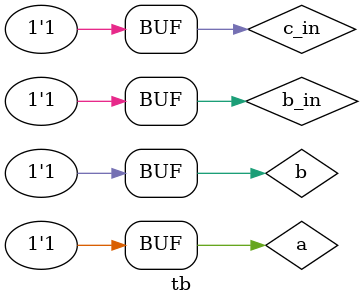
<source format=v>
module tb(

    );
    
    reg a,
        b,
        c_in,
        b_in;
        
    wire Sum,
         c_out,
         Diff,
         b_out;
         
         
 Full_Add_Full_Sub UUT(
.a(a),
.b(b),
.c_in(c_in),
.b_in(b_in),
.c_out(c_out),
.b_out(b_out),
.Sum(Sum),
.Diff(Diff)
     );
                    
initial begin
a=0;b=0;c_in=0;b_in=0;
#100
a=0;b=1;c_in=0;b_in=0;
#100
a=1;b=0;c_in=0;b_in=0;
#100
a=1;b=1;c_in=0;b_in=0;
#100
a=0;b=0;c_in=1;b_in=1;
#100
a=0;b=1;c_in=1;b_in=1;
#100
a=1;b=0;c_in=1;b_in=1;
#100
a=1;b=1;c_in=1;b_in=1;
end 

endmodule

</source>
